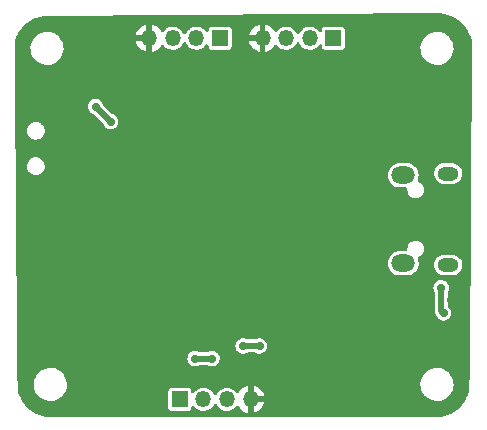
<source format=gbr>
%TF.GenerationSoftware,KiCad,Pcbnew,(6.0.7-1)-1*%
%TF.CreationDate,2022-10-05T21:39:38-05:00*%
%TF.ProjectId,KiCad,4b694361-642e-46b6-9963-61645f706362,rev?*%
%TF.SameCoordinates,Original*%
%TF.FileFunction,Copper,L2,Bot*%
%TF.FilePolarity,Positive*%
%FSLAX46Y46*%
G04 Gerber Fmt 4.6, Leading zero omitted, Abs format (unit mm)*
G04 Created by KiCad (PCBNEW (6.0.7-1)-1) date 2022-10-05 21:39:38*
%MOMM*%
%LPD*%
G01*
G04 APERTURE LIST*
%TA.AperFunction,ComponentPad*%
%ADD10O,1.350000X1.350000*%
%TD*%
%TA.AperFunction,ComponentPad*%
%ADD11R,1.350000X1.350000*%
%TD*%
%TA.AperFunction,ComponentPad*%
%ADD12O,2.000000X1.450000*%
%TD*%
%TA.AperFunction,ComponentPad*%
%ADD13O,1.800000X1.150000*%
%TD*%
%TA.AperFunction,ViaPad*%
%ADD14C,0.700000*%
%TD*%
%TA.AperFunction,Conductor*%
%ADD15C,0.500000*%
%TD*%
G04 APERTURE END LIST*
D10*
%TO.P,J3,4,Pin_4*%
%TO.N,GND*%
X127469200Y-72796400D03*
%TO.P,J3,3,Pin_3*%
%TO.N,/SWDCLK*%
X129469200Y-72796400D03*
%TO.P,J3,2,Pin_2*%
%TO.N,/SWDIO*%
X131469200Y-72796400D03*
D11*
%TO.P,J3,1,Pin_1*%
%TO.N,+3.3V*%
X133469200Y-72796400D03*
%TD*%
D12*
%TO.P,J4,6,Shield*%
%TO.N,unconnected-(J4-Pad6)*%
X139381000Y-91863000D03*
X139381000Y-84413000D03*
D13*
X143181000Y-92013000D03*
X143181000Y-84263000D03*
%TD*%
D11*
%TO.P,J2,1,Pin_1*%
%TO.N,+3.3V*%
X120460000Y-103378000D03*
D10*
%TO.P,J2,2,Pin_2*%
%TO.N,/I2C2_SCL*%
X122460000Y-103378000D03*
%TO.P,J2,3,Pin_3*%
%TO.N,/I2C2_SDA*%
X124460000Y-103378000D03*
%TO.P,J2,4,Pin_4*%
%TO.N,GND*%
X126460000Y-103378000D03*
%TD*%
%TO.P,J1,4,Pin_4*%
%TO.N,GND*%
X117869200Y-72796400D03*
%TO.P,J1,3,Pin_3*%
%TO.N,/USART1_RX*%
X119869200Y-72796400D03*
%TO.P,J1,2,Pin_2*%
%TO.N,/USART1_TX*%
X121869200Y-72796400D03*
D11*
%TO.P,J1,1,Pin_1*%
%TO.N,+3.3V*%
X123869200Y-72796400D03*
%TD*%
D14*
%TO.N,GND*%
X112725200Y-90068400D03*
X115062000Y-83566000D03*
X127203200Y-92354400D03*
%TO.N,+3.3V*%
X114604800Y-79857600D03*
X113334800Y-78587600D03*
X142595600Y-93929200D03*
X142798800Y-96062800D03*
%TO.N,GND*%
X143408400Y-94945200D03*
X116840000Y-93218000D03*
%TO.N,+3.3V*%
X121760500Y-99923600D03*
X123190000Y-99923600D03*
X125819900Y-98856800D03*
X127218900Y-98856800D03*
%TO.N,GND*%
X139827000Y-96139000D03*
X136779000Y-96393000D03*
X135890000Y-96393000D03*
X136271000Y-93218000D03*
X136271000Y-92329000D03*
X122809000Y-86614000D03*
X122174000Y-90357500D03*
X116840000Y-96520000D03*
X110617000Y-85471000D03*
X117983000Y-86233000D03*
X117983000Y-88265000D03*
X119126000Y-84455000D03*
X131953000Y-87376000D03*
X138176000Y-86868000D03*
X124206000Y-95123000D03*
%TD*%
D15*
%TO.N,+3.3V*%
X113334800Y-78587600D02*
X114604800Y-79857600D01*
X142798800Y-96062800D02*
X142595600Y-95859600D01*
X142595600Y-95859600D02*
X142595600Y-93929200D01*
X123190000Y-99923600D02*
X121760500Y-99923600D01*
X127218900Y-98856800D02*
X125819900Y-98856800D01*
%TD*%
%TA.AperFunction,Conductor*%
%TO.N,GND*%
G36*
X142226008Y-70660669D02*
G01*
X142240000Y-70663136D01*
X142250684Y-70661252D01*
X142258841Y-70661252D01*
X142274378Y-70660302D01*
X142547255Y-70674603D01*
X142560163Y-70675960D01*
X142857623Y-70723073D01*
X142870319Y-70725771D01*
X143161240Y-70803723D01*
X143173583Y-70807734D01*
X143454752Y-70915664D01*
X143466607Y-70920942D01*
X143582945Y-70980219D01*
X143734964Y-71057677D01*
X143746204Y-71064167D01*
X143998784Y-71228194D01*
X144009285Y-71235823D01*
X144243349Y-71425364D01*
X144252994Y-71434049D01*
X144465951Y-71647006D01*
X144474636Y-71656651D01*
X144664177Y-71890715D01*
X144671806Y-71901216D01*
X144835833Y-72153796D01*
X144842323Y-72165036D01*
X144886333Y-72251410D01*
X144967267Y-72410250D01*
X144979057Y-72433390D01*
X144984336Y-72445248D01*
X145092266Y-72726417D01*
X145096277Y-72738760D01*
X145174229Y-73029681D01*
X145176927Y-73042377D01*
X145224040Y-73339837D01*
X145225397Y-73352745D01*
X145239698Y-73625622D01*
X145238748Y-73641159D01*
X145238748Y-73649316D01*
X145236864Y-73660000D01*
X145239285Y-73673731D01*
X145241163Y-73696364D01*
X145129406Y-86213191D01*
X144993068Y-101483037D01*
X144987826Y-102070091D01*
X144985948Y-102090511D01*
X144982864Y-102108000D01*
X144984748Y-102118685D01*
X144984748Y-102128339D01*
X144985575Y-102142278D01*
X144980546Y-102231819D01*
X144970614Y-102408670D01*
X144969057Y-102422488D01*
X144933434Y-102632154D01*
X144926348Y-102673860D01*
X144919781Y-102712508D01*
X144916687Y-102726064D01*
X144835246Y-103008753D01*
X144830655Y-103021875D01*
X144823414Y-103039355D01*
X144718077Y-103293661D01*
X144712044Y-103306189D01*
X144569740Y-103563669D01*
X144562341Y-103575443D01*
X144392116Y-103815352D01*
X144383447Y-103826224D01*
X144187416Y-104045583D01*
X144177583Y-104055416D01*
X143958224Y-104251447D01*
X143947352Y-104260116D01*
X143707443Y-104430341D01*
X143695669Y-104437740D01*
X143438189Y-104580044D01*
X143425661Y-104586077D01*
X143257928Y-104655555D01*
X143153875Y-104698655D01*
X143140753Y-104703246D01*
X142858064Y-104784687D01*
X142844508Y-104787781D01*
X142554488Y-104837057D01*
X142540670Y-104838614D01*
X142378473Y-104847723D01*
X142274278Y-104853575D01*
X142260339Y-104852748D01*
X142250685Y-104852748D01*
X142240000Y-104850864D01*
X142224391Y-104853616D01*
X142202861Y-104855500D01*
X109511139Y-104855500D01*
X109489609Y-104853616D01*
X109474000Y-104850864D01*
X109463315Y-104852748D01*
X109453661Y-104852748D01*
X109439722Y-104853575D01*
X109335527Y-104847723D01*
X109173330Y-104838614D01*
X109159512Y-104837057D01*
X108869492Y-104787781D01*
X108855936Y-104784687D01*
X108573247Y-104703246D01*
X108560125Y-104698655D01*
X108456072Y-104655555D01*
X108288339Y-104586077D01*
X108275811Y-104580044D01*
X108018331Y-104437740D01*
X108006557Y-104430341D01*
X107766648Y-104260116D01*
X107755776Y-104251447D01*
X107583672Y-104097646D01*
X119484500Y-104097646D01*
X119487618Y-104123846D01*
X119533061Y-104226153D01*
X119612287Y-104305241D01*
X119622758Y-104309870D01*
X119622759Y-104309871D01*
X119706147Y-104346737D01*
X119706149Y-104346738D01*
X119714673Y-104350506D01*
X119740354Y-104353500D01*
X121179646Y-104353500D01*
X121183300Y-104353065D01*
X121183302Y-104353065D01*
X121188266Y-104352474D01*
X121205846Y-104350382D01*
X121308153Y-104304939D01*
X121387241Y-104225713D01*
X121391871Y-104215241D01*
X121428737Y-104131853D01*
X121428738Y-104131851D01*
X121432506Y-104123327D01*
X121435500Y-104097646D01*
X121435500Y-104012028D01*
X121455185Y-103944989D01*
X121507989Y-103899234D01*
X121577147Y-103889290D01*
X121640703Y-103918315D01*
X121656676Y-103935004D01*
X121754889Y-104058918D01*
X121900575Y-104182907D01*
X122067570Y-104276237D01*
X122249512Y-104335354D01*
X122255530Y-104336072D01*
X122255532Y-104336072D01*
X122384759Y-104351481D01*
X122439472Y-104358005D01*
X122445516Y-104357540D01*
X122445517Y-104357540D01*
X122504050Y-104353036D01*
X122630213Y-104343328D01*
X122751063Y-104309586D01*
X122808631Y-104293513D01*
X122808633Y-104293512D01*
X122814472Y-104291882D01*
X122985228Y-104205627D01*
X123135979Y-104087848D01*
X123139935Y-104083264D01*
X123139939Y-104083261D01*
X123257020Y-103947620D01*
X123260982Y-103943030D01*
X123265541Y-103935006D01*
X123333513Y-103815352D01*
X123353814Y-103779618D01*
X123404042Y-103731051D01*
X123472555Y-103717349D01*
X123537599Y-103742864D01*
X123571917Y-103784186D01*
X123590857Y-103821038D01*
X123636060Y-103908993D01*
X123639826Y-103913745D01*
X123639827Y-103913746D01*
X123685189Y-103970978D01*
X123754889Y-104058918D01*
X123900575Y-104182907D01*
X124067570Y-104276237D01*
X124249512Y-104335354D01*
X124255530Y-104336072D01*
X124255532Y-104336072D01*
X124384759Y-104351481D01*
X124439472Y-104358005D01*
X124445516Y-104357540D01*
X124445517Y-104357540D01*
X124504050Y-104353036D01*
X124630213Y-104343328D01*
X124751063Y-104309586D01*
X124808631Y-104293513D01*
X124808633Y-104293512D01*
X124814472Y-104291882D01*
X124985228Y-104205627D01*
X125135979Y-104087848D01*
X125139935Y-104083264D01*
X125139939Y-104083261D01*
X125245022Y-103961520D01*
X125303728Y-103923634D01*
X125373598Y-103923501D01*
X125432448Y-103961163D01*
X125440154Y-103970978D01*
X125559416Y-104139731D01*
X125566765Y-104148335D01*
X125713308Y-104291091D01*
X125722111Y-104298219D01*
X125892206Y-104411873D01*
X125902164Y-104417280D01*
X126090124Y-104498034D01*
X126100896Y-104501534D01*
X126192609Y-104522287D01*
X126206462Y-104521412D01*
X126210000Y-104512163D01*
X126210000Y-104511293D01*
X126710000Y-104511293D01*
X126713903Y-104524587D01*
X126727681Y-104526560D01*
X126729841Y-104526246D01*
X126740864Y-104523600D01*
X126934573Y-104457845D01*
X126944925Y-104453236D01*
X127123426Y-104353271D01*
X127132745Y-104346866D01*
X127290043Y-104216042D01*
X127298042Y-104208043D01*
X127428866Y-104050745D01*
X127435271Y-104041426D01*
X127535236Y-103862925D01*
X127539845Y-103852573D01*
X127605600Y-103658864D01*
X127608246Y-103647841D01*
X127608565Y-103645645D01*
X127606609Y-103631929D01*
X127593257Y-103628000D01*
X126727830Y-103628000D01*
X126712831Y-103632404D01*
X126711644Y-103633774D01*
X126710000Y-103641332D01*
X126710000Y-104511293D01*
X126210000Y-104511293D01*
X126210000Y-103110170D01*
X126710000Y-103110170D01*
X126714404Y-103125169D01*
X126715774Y-103126356D01*
X126723332Y-103128000D01*
X127592585Y-103128000D01*
X127605902Y-103124090D01*
X127607054Y-103116082D01*
X127563199Y-102960583D01*
X127559143Y-102950016D01*
X127468660Y-102766537D01*
X127462741Y-102756877D01*
X127340335Y-102592955D01*
X127332763Y-102584545D01*
X127182534Y-102445676D01*
X127173549Y-102438781D01*
X127000533Y-102329616D01*
X126990442Y-102324475D01*
X126800436Y-102248670D01*
X126789564Y-102245449D01*
X126727488Y-102233102D01*
X126714816Y-102234236D01*
X126710000Y-102249148D01*
X126710000Y-103110170D01*
X126210000Y-103110170D01*
X126210000Y-102246483D01*
X126206254Y-102233725D01*
X126191573Y-102231819D01*
X126160188Y-102237212D01*
X126149252Y-102240143D01*
X125957312Y-102310953D01*
X125947101Y-102315823D01*
X125771277Y-102420426D01*
X125762119Y-102427080D01*
X125608306Y-102561971D01*
X125600516Y-102570180D01*
X125473859Y-102730843D01*
X125467692Y-102740340D01*
X125449560Y-102774803D01*
X125400925Y-102824967D01*
X125332890Y-102840874D01*
X125267056Y-102817473D01*
X125243728Y-102795439D01*
X125196435Y-102737451D01*
X125155535Y-102687303D01*
X125031322Y-102584545D01*
X125012808Y-102569229D01*
X125012806Y-102569228D01*
X125008132Y-102565361D01*
X124839851Y-102474371D01*
X124657101Y-102417801D01*
X124466843Y-102397804D01*
X124460810Y-102398353D01*
X124460806Y-102398353D01*
X124282367Y-102414592D01*
X124282365Y-102414592D01*
X124276325Y-102415142D01*
X124270506Y-102416855D01*
X124270504Y-102416855D01*
X124098618Y-102467444D01*
X124098613Y-102467446D01*
X124092803Y-102469156D01*
X124087433Y-102471963D01*
X124087429Y-102471965D01*
X124020877Y-102506758D01*
X123923268Y-102557787D01*
X123889988Y-102584545D01*
X123793610Y-102662035D01*
X123774176Y-102677660D01*
X123651207Y-102824208D01*
X123576234Y-102960583D01*
X123568115Y-102975352D01*
X123518569Y-103024616D01*
X123450253Y-103039272D01*
X123384859Y-103014668D01*
X123349968Y-102973829D01*
X123342925Y-102960583D01*
X123276446Y-102835555D01*
X123155535Y-102687303D01*
X123031322Y-102584545D01*
X123012808Y-102569229D01*
X123012806Y-102569228D01*
X123008132Y-102565361D01*
X122839851Y-102474371D01*
X122657101Y-102417801D01*
X122466843Y-102397804D01*
X122460810Y-102398353D01*
X122460806Y-102398353D01*
X122282367Y-102414592D01*
X122282365Y-102414592D01*
X122276325Y-102415142D01*
X122270506Y-102416855D01*
X122270504Y-102416855D01*
X122098618Y-102467444D01*
X122098613Y-102467446D01*
X122092803Y-102469156D01*
X122087433Y-102471963D01*
X122087429Y-102471965D01*
X122020877Y-102506758D01*
X121923268Y-102557787D01*
X121889988Y-102584545D01*
X121793610Y-102662035D01*
X121774176Y-102677660D01*
X121654489Y-102820297D01*
X121596318Y-102858999D01*
X121526457Y-102860107D01*
X121467087Y-102823270D01*
X121437058Y-102760183D01*
X121435500Y-102740591D01*
X121435500Y-102658354D01*
X121432382Y-102632154D01*
X121386939Y-102529847D01*
X121307713Y-102450759D01*
X121297242Y-102446130D01*
X121297241Y-102446129D01*
X121213853Y-102409263D01*
X121213851Y-102409262D01*
X121205327Y-102405494D01*
X121179646Y-102402500D01*
X119740354Y-102402500D01*
X119736700Y-102402935D01*
X119736698Y-102402935D01*
X119731734Y-102403526D01*
X119714154Y-102405618D01*
X119611847Y-102451061D01*
X119532759Y-102530287D01*
X119528130Y-102540758D01*
X119528129Y-102540759D01*
X119515543Y-102569229D01*
X119487494Y-102632673D01*
X119484500Y-102658354D01*
X119484500Y-104097646D01*
X107583672Y-104097646D01*
X107536417Y-104055416D01*
X107526584Y-104045583D01*
X107330553Y-103826224D01*
X107321884Y-103815352D01*
X107151659Y-103575443D01*
X107144260Y-103563669D01*
X107001956Y-103306189D01*
X106995923Y-103293661D01*
X106890586Y-103039355D01*
X106883345Y-103021875D01*
X106878754Y-103008753D01*
X106797313Y-102726064D01*
X106794219Y-102712508D01*
X106787653Y-102673860D01*
X106780566Y-102632154D01*
X106744943Y-102422488D01*
X106743386Y-102408670D01*
X106733454Y-102231819D01*
X106728425Y-102142278D01*
X106729252Y-102128339D01*
X106729252Y-102118685D01*
X106731136Y-102108000D01*
X106728052Y-102090511D01*
X106726173Y-102070084D01*
X106725920Y-102041789D01*
X108095996Y-102041789D01*
X108099769Y-102142280D01*
X108103131Y-102231819D01*
X108104913Y-102279295D01*
X108105990Y-102284430D01*
X108105991Y-102284435D01*
X108152639Y-102506758D01*
X108153719Y-102511904D01*
X108155648Y-102516788D01*
X108155649Y-102516792D01*
X108185728Y-102592955D01*
X108241020Y-102732963D01*
X108243741Y-102737447D01*
X108243743Y-102737451D01*
X108311233Y-102848670D01*
X108364319Y-102936153D01*
X108398334Y-102975352D01*
X108515323Y-103110170D01*
X108520090Y-103115664D01*
X108703880Y-103266362D01*
X108708441Y-103268958D01*
X108708442Y-103268959D01*
X108905875Y-103381345D01*
X108905880Y-103381347D01*
X108910433Y-103383939D01*
X109133844Y-103465034D01*
X109367725Y-103507326D01*
X109392619Y-103508500D01*
X109559680Y-103508500D01*
X109562296Y-103508278D01*
X109562297Y-103508278D01*
X109731590Y-103493913D01*
X109736823Y-103493469D01*
X109966874Y-103433760D01*
X110183576Y-103336143D01*
X110380732Y-103203409D01*
X110552705Y-103039355D01*
X110694579Y-102848670D01*
X110707493Y-102823270D01*
X110799913Y-102641493D01*
X110799915Y-102641488D01*
X110802295Y-102636807D01*
X110815912Y-102592955D01*
X110871215Y-102414848D01*
X110872775Y-102409824D01*
X110874284Y-102398438D01*
X110903315Y-102179412D01*
X110903315Y-102179408D01*
X110904004Y-102174211D01*
X110899032Y-102041789D01*
X140835996Y-102041789D01*
X140839769Y-102142280D01*
X140843131Y-102231819D01*
X140844913Y-102279295D01*
X140845990Y-102284430D01*
X140845991Y-102284435D01*
X140892639Y-102506758D01*
X140893719Y-102511904D01*
X140895648Y-102516788D01*
X140895649Y-102516792D01*
X140925728Y-102592955D01*
X140981020Y-102732963D01*
X140983741Y-102737447D01*
X140983743Y-102737451D01*
X141051233Y-102848670D01*
X141104319Y-102936153D01*
X141138334Y-102975352D01*
X141255323Y-103110170D01*
X141260090Y-103115664D01*
X141443880Y-103266362D01*
X141448441Y-103268958D01*
X141448442Y-103268959D01*
X141645875Y-103381345D01*
X141645880Y-103381347D01*
X141650433Y-103383939D01*
X141873844Y-103465034D01*
X142107725Y-103507326D01*
X142132619Y-103508500D01*
X142299680Y-103508500D01*
X142302296Y-103508278D01*
X142302297Y-103508278D01*
X142471590Y-103493913D01*
X142476823Y-103493469D01*
X142706874Y-103433760D01*
X142923576Y-103336143D01*
X143120732Y-103203409D01*
X143292705Y-103039355D01*
X143434579Y-102848670D01*
X143447493Y-102823270D01*
X143539913Y-102641493D01*
X143539915Y-102641488D01*
X143542295Y-102636807D01*
X143555912Y-102592955D01*
X143611215Y-102414848D01*
X143612775Y-102409824D01*
X143614284Y-102398438D01*
X143643315Y-102179412D01*
X143643315Y-102179408D01*
X143644004Y-102174211D01*
X143635087Y-101936705D01*
X143607700Y-101806176D01*
X143587361Y-101709242D01*
X143587360Y-101709239D01*
X143586281Y-101704096D01*
X143498980Y-101483037D01*
X143431607Y-101372009D01*
X143378408Y-101284341D01*
X143375681Y-101279847D01*
X143219910Y-101100336D01*
X143036120Y-100949638D01*
X142918687Y-100882791D01*
X142834125Y-100834655D01*
X142834120Y-100834653D01*
X142829567Y-100832061D01*
X142606156Y-100750966D01*
X142372275Y-100708674D01*
X142347381Y-100707500D01*
X142180320Y-100707500D01*
X142177704Y-100707722D01*
X142177703Y-100707722D01*
X142166484Y-100708674D01*
X142003177Y-100722531D01*
X141773126Y-100782240D01*
X141556424Y-100879857D01*
X141359268Y-101012591D01*
X141187295Y-101176645D01*
X141045421Y-101367330D01*
X141043042Y-101372008D01*
X141043042Y-101372009D01*
X140988875Y-101478549D01*
X140937705Y-101579193D01*
X140867225Y-101806176D01*
X140835996Y-102041789D01*
X110899032Y-102041789D01*
X110895087Y-101936705D01*
X110867700Y-101806176D01*
X110847361Y-101709242D01*
X110847360Y-101709239D01*
X110846281Y-101704096D01*
X110758980Y-101483037D01*
X110691607Y-101372009D01*
X110638408Y-101284341D01*
X110635681Y-101279847D01*
X110479910Y-101100336D01*
X110296120Y-100949638D01*
X110178687Y-100882791D01*
X110094125Y-100834655D01*
X110094120Y-100834653D01*
X110089567Y-100832061D01*
X109866156Y-100750966D01*
X109632275Y-100708674D01*
X109607381Y-100707500D01*
X109440320Y-100707500D01*
X109437704Y-100707722D01*
X109437703Y-100707722D01*
X109426484Y-100708674D01*
X109263177Y-100722531D01*
X109033126Y-100782240D01*
X108816424Y-100879857D01*
X108619268Y-101012591D01*
X108447295Y-101176645D01*
X108305421Y-101367330D01*
X108303042Y-101372008D01*
X108303042Y-101372009D01*
X108248875Y-101478549D01*
X108197705Y-101579193D01*
X108127225Y-101806176D01*
X108095996Y-102041789D01*
X106725920Y-102041789D01*
X106720892Y-101478549D01*
X106706947Y-99916738D01*
X121105258Y-99916738D01*
X121106078Y-99924166D01*
X121106078Y-99924168D01*
X121107974Y-99941344D01*
X121122535Y-100073233D01*
X121176643Y-100221090D01*
X121264458Y-100351772D01*
X121286683Y-100371995D01*
X121375378Y-100452702D01*
X121375382Y-100452705D01*
X121380910Y-100457735D01*
X121387480Y-100461302D01*
X121387481Y-100461303D01*
X121512708Y-100529296D01*
X121519276Y-100532862D01*
X121621531Y-100559688D01*
X121664341Y-100570919D01*
X121664343Y-100570919D01*
X121671569Y-100572815D01*
X121748627Y-100574025D01*
X121821525Y-100575171D01*
X121821528Y-100575171D01*
X121828995Y-100575288D01*
X121836276Y-100573620D01*
X121836280Y-100573620D01*
X121975177Y-100541808D01*
X121975178Y-100541808D01*
X121982468Y-100540138D01*
X122087481Y-100487322D01*
X122143197Y-100474100D01*
X122809058Y-100474100D01*
X122868226Y-100489127D01*
X122948776Y-100532862D01*
X123051031Y-100559688D01*
X123093841Y-100570919D01*
X123093843Y-100570919D01*
X123101069Y-100572815D01*
X123178127Y-100574025D01*
X123251025Y-100575171D01*
X123251028Y-100575171D01*
X123258495Y-100575288D01*
X123265776Y-100573620D01*
X123265780Y-100573620D01*
X123404681Y-100541807D01*
X123411968Y-100540138D01*
X123552625Y-100469395D01*
X123558306Y-100464543D01*
X123558309Y-100464541D01*
X123666666Y-100371995D01*
X123666667Y-100371994D01*
X123672348Y-100367142D01*
X123683393Y-100351772D01*
X123703798Y-100323375D01*
X123764224Y-100239283D01*
X123822950Y-100093198D01*
X123824793Y-100080249D01*
X123844562Y-99941344D01*
X123844562Y-99941340D01*
X123845134Y-99937323D01*
X123845278Y-99923600D01*
X123826363Y-99767294D01*
X123770710Y-99620012D01*
X123692442Y-99506132D01*
X123685768Y-99496421D01*
X123685765Y-99496418D01*
X123681531Y-99490257D01*
X123605288Y-99422327D01*
X123569559Y-99390493D01*
X123569558Y-99390492D01*
X123563976Y-99385519D01*
X123424831Y-99311845D01*
X123272128Y-99273489D01*
X123190329Y-99273061D01*
X123122158Y-99272704D01*
X123122157Y-99272704D01*
X123114684Y-99272665D01*
X123107421Y-99274409D01*
X123107418Y-99274409D01*
X123042453Y-99290006D01*
X122961588Y-99309420D01*
X122896418Y-99343057D01*
X122864968Y-99359289D01*
X122808096Y-99373100D01*
X122141824Y-99373100D01*
X122083801Y-99358687D01*
X122001943Y-99315345D01*
X122001937Y-99315343D01*
X121995331Y-99311845D01*
X121842628Y-99273489D01*
X121760829Y-99273061D01*
X121692658Y-99272704D01*
X121692657Y-99272704D01*
X121685184Y-99272665D01*
X121677921Y-99274409D01*
X121677918Y-99274409D01*
X121612953Y-99290006D01*
X121532088Y-99309420D01*
X121392179Y-99381632D01*
X121273534Y-99485133D01*
X121183001Y-99613948D01*
X121125809Y-99760639D01*
X121105258Y-99916738D01*
X106706947Y-99916738D01*
X106697422Y-98849938D01*
X125164658Y-98849938D01*
X125165478Y-98857366D01*
X125165478Y-98857368D01*
X125167374Y-98874544D01*
X125181935Y-99006433D01*
X125236043Y-99154290D01*
X125240214Y-99160497D01*
X125316116Y-99273450D01*
X125323858Y-99284972D01*
X125357238Y-99315345D01*
X125434778Y-99385902D01*
X125434782Y-99385905D01*
X125440310Y-99390935D01*
X125446880Y-99394502D01*
X125446881Y-99394503D01*
X125572108Y-99462496D01*
X125578676Y-99466062D01*
X125632644Y-99480220D01*
X125723741Y-99504119D01*
X125723743Y-99504119D01*
X125730969Y-99506015D01*
X125808027Y-99507225D01*
X125880925Y-99508371D01*
X125880928Y-99508371D01*
X125888395Y-99508488D01*
X125895676Y-99506820D01*
X125895680Y-99506820D01*
X126034577Y-99475008D01*
X126034578Y-99475008D01*
X126041868Y-99473338D01*
X126146881Y-99420522D01*
X126202597Y-99407300D01*
X126837958Y-99407300D01*
X126897126Y-99422327D01*
X126977676Y-99466062D01*
X127031644Y-99480220D01*
X127122741Y-99504119D01*
X127122743Y-99504119D01*
X127129969Y-99506015D01*
X127207027Y-99507225D01*
X127279925Y-99508371D01*
X127279928Y-99508371D01*
X127287395Y-99508488D01*
X127294676Y-99506820D01*
X127294680Y-99506820D01*
X127433581Y-99475007D01*
X127440868Y-99473338D01*
X127581525Y-99402595D01*
X127587206Y-99397743D01*
X127587209Y-99397741D01*
X127695566Y-99305195D01*
X127695567Y-99305194D01*
X127701248Y-99300342D01*
X127712293Y-99284972D01*
X127732698Y-99256575D01*
X127793124Y-99172483D01*
X127851850Y-99026398D01*
X127853693Y-99013449D01*
X127873462Y-98874544D01*
X127873462Y-98874540D01*
X127874034Y-98870523D01*
X127874178Y-98856800D01*
X127855263Y-98700494D01*
X127799610Y-98553212D01*
X127791237Y-98541029D01*
X127714668Y-98429621D01*
X127714665Y-98429618D01*
X127710431Y-98423457D01*
X127592876Y-98318719D01*
X127453731Y-98245045D01*
X127301028Y-98206689D01*
X127219229Y-98206261D01*
X127151058Y-98205904D01*
X127151057Y-98205904D01*
X127143584Y-98205865D01*
X127136321Y-98207609D01*
X127136318Y-98207609D01*
X127067036Y-98224243D01*
X126990488Y-98242620D01*
X126925318Y-98276257D01*
X126893868Y-98292489D01*
X126836996Y-98306300D01*
X126201224Y-98306300D01*
X126143201Y-98291887D01*
X126061343Y-98248545D01*
X126061337Y-98248543D01*
X126054731Y-98245045D01*
X125902028Y-98206689D01*
X125820229Y-98206261D01*
X125752058Y-98205904D01*
X125752057Y-98205904D01*
X125744584Y-98205865D01*
X125737321Y-98207609D01*
X125737318Y-98207609D01*
X125668036Y-98224243D01*
X125591488Y-98242620D01*
X125451579Y-98314832D01*
X125332934Y-98418333D01*
X125242401Y-98547148D01*
X125185209Y-98693839D01*
X125164658Y-98849938D01*
X106697422Y-98849938D01*
X106653425Y-93922338D01*
X141940358Y-93922338D01*
X141941178Y-93929766D01*
X141941178Y-93929768D01*
X141943074Y-93946944D01*
X141957635Y-94078833D01*
X142011743Y-94226690D01*
X142015915Y-94232898D01*
X142024020Y-94244960D01*
X142045100Y-94314122D01*
X142045100Y-95844643D01*
X142044991Y-95849835D01*
X142042390Y-95911894D01*
X142044321Y-95920125D01*
X142044321Y-95920129D01*
X142052347Y-95954347D01*
X142054476Y-95965832D01*
X142060394Y-96009032D01*
X142063751Y-96016789D01*
X142066434Y-96022989D01*
X142073358Y-96043925D01*
X142076832Y-96058736D01*
X142088821Y-96080544D01*
X142097838Y-96096946D01*
X142102976Y-96107435D01*
X142116937Y-96139697D01*
X142116940Y-96139702D01*
X142120295Y-96147455D01*
X142125612Y-96154021D01*
X142125613Y-96154023D01*
X142129867Y-96159276D01*
X142142157Y-96177565D01*
X142149493Y-96190907D01*
X142149436Y-96190938D01*
X142161387Y-96213942D01*
X142214943Y-96360290D01*
X142302758Y-96490972D01*
X142324983Y-96511195D01*
X142413678Y-96591902D01*
X142413682Y-96591905D01*
X142419210Y-96596935D01*
X142557576Y-96672062D01*
X142659831Y-96698888D01*
X142702641Y-96710119D01*
X142702643Y-96710119D01*
X142709869Y-96712015D01*
X142786927Y-96713225D01*
X142859825Y-96714371D01*
X142859828Y-96714371D01*
X142867295Y-96714488D01*
X142874576Y-96712820D01*
X142874580Y-96712820D01*
X143013481Y-96681007D01*
X143020768Y-96679338D01*
X143161425Y-96608595D01*
X143167106Y-96603743D01*
X143167109Y-96603741D01*
X143275466Y-96511195D01*
X143275467Y-96511194D01*
X143281148Y-96506342D01*
X143292193Y-96490972D01*
X143312598Y-96462575D01*
X143373024Y-96378483D01*
X143431750Y-96232398D01*
X143434377Y-96213942D01*
X143453362Y-96080544D01*
X143453362Y-96080540D01*
X143453934Y-96076523D01*
X143454078Y-96062800D01*
X143450490Y-96033150D01*
X143436062Y-95913919D01*
X143436061Y-95913915D01*
X143435163Y-95906494D01*
X143379510Y-95759212D01*
X143375273Y-95753047D01*
X143294568Y-95635621D01*
X143294565Y-95635618D01*
X143290331Y-95629457D01*
X143284749Y-95624483D01*
X143284744Y-95624478D01*
X143187612Y-95537937D01*
X143150652Y-95478643D01*
X143146100Y-95445354D01*
X143146100Y-94317830D01*
X143164982Y-94259220D01*
X143161861Y-94257504D01*
X143165464Y-94250950D01*
X143169824Y-94244883D01*
X143228550Y-94098798D01*
X143230393Y-94085849D01*
X143250162Y-93946944D01*
X143250162Y-93946940D01*
X143250734Y-93942923D01*
X143250878Y-93929200D01*
X143231963Y-93772894D01*
X143176310Y-93625612D01*
X143167937Y-93613429D01*
X143091368Y-93502021D01*
X143091365Y-93502018D01*
X143087131Y-93495857D01*
X142969576Y-93391119D01*
X142830431Y-93317445D01*
X142677728Y-93279089D01*
X142595929Y-93278661D01*
X142527758Y-93278304D01*
X142527757Y-93278304D01*
X142520284Y-93278265D01*
X142513021Y-93280009D01*
X142513018Y-93280009D01*
X142443736Y-93296643D01*
X142367188Y-93315020D01*
X142227279Y-93387232D01*
X142108634Y-93490733D01*
X142018101Y-93619548D01*
X141960909Y-93766239D01*
X141940358Y-93922338D01*
X106653425Y-93922338D01*
X106634974Y-91855806D01*
X138075563Y-91855806D01*
X138076112Y-91861839D01*
X138076112Y-91861843D01*
X138085395Y-91963840D01*
X138093790Y-92056089D01*
X138095501Y-92061902D01*
X138095501Y-92061903D01*
X138097944Y-92070203D01*
X138150572Y-92249018D01*
X138243746Y-92427243D01*
X138337919Y-92544370D01*
X138365137Y-92578222D01*
X138369763Y-92583976D01*
X138523823Y-92713248D01*
X138700058Y-92810134D01*
X138705840Y-92811968D01*
X138705842Y-92811969D01*
X138885976Y-92869111D01*
X138885978Y-92869111D01*
X138891755Y-92870944D01*
X138946287Y-92877061D01*
X139044815Y-92888113D01*
X139044821Y-92888113D01*
X139048268Y-92888500D01*
X139706606Y-92888500D01*
X139709621Y-92888204D01*
X139709629Y-92888204D01*
X139850115Y-92874429D01*
X139850117Y-92874429D01*
X139856151Y-92873837D01*
X140048679Y-92815710D01*
X140226249Y-92721294D01*
X140382099Y-92594186D01*
X140510292Y-92439227D01*
X140517203Y-92426446D01*
X140603059Y-92267658D01*
X140603060Y-92267656D01*
X140605945Y-92262320D01*
X140665415Y-92070203D01*
X140676594Y-91963840D01*
X141976711Y-91963840D01*
X141986667Y-92153801D01*
X142037181Y-92337193D01*
X142125898Y-92505460D01*
X142130229Y-92510585D01*
X142130231Y-92510588D01*
X142244345Y-92645624D01*
X142248678Y-92650751D01*
X142254012Y-92654829D01*
X142394456Y-92762207D01*
X142394459Y-92762209D01*
X142399793Y-92766287D01*
X142405882Y-92769126D01*
X142405883Y-92769127D01*
X142566109Y-92843841D01*
X142572193Y-92846678D01*
X142578738Y-92848141D01*
X142578741Y-92848142D01*
X142670890Y-92868740D01*
X142757834Y-92888174D01*
X142763665Y-92888500D01*
X143553517Y-92888500D01*
X143695109Y-92873118D01*
X143875396Y-92812445D01*
X144038447Y-92714474D01*
X144165649Y-92594186D01*
X144171781Y-92588387D01*
X144176658Y-92583775D01*
X144226396Y-92510588D01*
X144279804Y-92432000D01*
X144279806Y-92431997D01*
X144283578Y-92426446D01*
X144286070Y-92420216D01*
X144286072Y-92420212D01*
X144351727Y-92256062D01*
X144354221Y-92249827D01*
X144355318Y-92243202D01*
X144384192Y-92068788D01*
X144384192Y-92068786D01*
X144385289Y-92062160D01*
X144375333Y-91872199D01*
X144324819Y-91688807D01*
X144236102Y-91520540D01*
X144192947Y-91469472D01*
X144117655Y-91380376D01*
X144117653Y-91380374D01*
X144113322Y-91375249D01*
X144029976Y-91311526D01*
X143967544Y-91263793D01*
X143967541Y-91263791D01*
X143962207Y-91259713D01*
X143889367Y-91225747D01*
X143795891Y-91182159D01*
X143789807Y-91179322D01*
X143783262Y-91177859D01*
X143783259Y-91177858D01*
X143671522Y-91152882D01*
X143604166Y-91137826D01*
X143598335Y-91137500D01*
X142808483Y-91137500D01*
X142666891Y-91152882D01*
X142486604Y-91213555D01*
X142323553Y-91311526D01*
X142185342Y-91442225D01*
X142181569Y-91447777D01*
X142181568Y-91447778D01*
X142128083Y-91526480D01*
X142078422Y-91599554D01*
X142075930Y-91605784D01*
X142075928Y-91605788D01*
X142055926Y-91655797D01*
X142007779Y-91776173D01*
X142006683Y-91782796D01*
X142006682Y-91782798D01*
X141992954Y-91865726D01*
X141976711Y-91963840D01*
X140676594Y-91963840D01*
X140686437Y-91870194D01*
X140678484Y-91782798D01*
X140670519Y-91695280D01*
X140668210Y-91669911D01*
X140611428Y-91476982D01*
X140608617Y-91471606D01*
X140606346Y-91465984D01*
X140607705Y-91465435D01*
X140595512Y-91404039D01*
X140621113Y-91339029D01*
X140670618Y-91303100D01*
X140670029Y-91301928D01*
X140814820Y-91229106D01*
X140814822Y-91229105D01*
X140821498Y-91225747D01*
X140827180Y-91220894D01*
X140827183Y-91220892D01*
X140944741Y-91120487D01*
X140950423Y-91115634D01*
X141049361Y-90977947D01*
X141112601Y-90820634D01*
X141136490Y-90652778D01*
X141136645Y-90638000D01*
X141116276Y-90469680D01*
X141056345Y-90311077D01*
X141047657Y-90298436D01*
X140964549Y-90177513D01*
X140964546Y-90177510D01*
X140960312Y-90171349D01*
X140833721Y-90058560D01*
X140819347Y-90050949D01*
X140690489Y-89982723D01*
X140683881Y-89979224D01*
X140519441Y-89937919D01*
X140433248Y-89937468D01*
X140357368Y-89937070D01*
X140357367Y-89937070D01*
X140349895Y-89937031D01*
X140328235Y-89942231D01*
X140192295Y-89974868D01*
X140192293Y-89974869D01*
X140185032Y-89976612D01*
X140178399Y-89980035D01*
X140178395Y-89980037D01*
X140111465Y-90014583D01*
X140034369Y-90054375D01*
X139906604Y-90165831D01*
X139809113Y-90304547D01*
X139747524Y-90462513D01*
X139725394Y-90630611D01*
X139726214Y-90638039D01*
X139726214Y-90638041D01*
X139733043Y-90699893D01*
X139720834Y-90768687D01*
X139673370Y-90819960D01*
X139609792Y-90837500D01*
X139055394Y-90837500D01*
X139052379Y-90837796D01*
X139052371Y-90837796D01*
X138911885Y-90851571D01*
X138911883Y-90851571D01*
X138905849Y-90852163D01*
X138713321Y-90910290D01*
X138535751Y-91004706D01*
X138379901Y-91131814D01*
X138251708Y-91286773D01*
X138248822Y-91292110D01*
X138248821Y-91292112D01*
X138167656Y-91442225D01*
X138156055Y-91463680D01*
X138096585Y-91655797D01*
X138075563Y-91855806D01*
X106634974Y-91855806D01*
X106584593Y-86213191D01*
X106568456Y-84405806D01*
X138075563Y-84405806D01*
X138076112Y-84411839D01*
X138076112Y-84411843D01*
X138084119Y-84499827D01*
X138093790Y-84606089D01*
X138150572Y-84799018D01*
X138243746Y-84977243D01*
X138369763Y-85133976D01*
X138523823Y-85263248D01*
X138700058Y-85360134D01*
X138705840Y-85361968D01*
X138705842Y-85361969D01*
X138885976Y-85419111D01*
X138885978Y-85419111D01*
X138891755Y-85420944D01*
X138946287Y-85427061D01*
X139044815Y-85438113D01*
X139044821Y-85438113D01*
X139048268Y-85438500D01*
X139609291Y-85438500D01*
X139676330Y-85458185D01*
X139722085Y-85510989D01*
X139732230Y-85578685D01*
X139725394Y-85630611D01*
X139726214Y-85638039D01*
X139726214Y-85638041D01*
X139727841Y-85652778D01*
X139743999Y-85799135D01*
X139746565Y-85806147D01*
X139746566Y-85806151D01*
X139799697Y-85951336D01*
X139802266Y-85958356D01*
X139806433Y-85964558D01*
X139806435Y-85964561D01*
X139819510Y-85984018D01*
X139896830Y-86099083D01*
X139902360Y-86104115D01*
X140016702Y-86208159D01*
X140016706Y-86208162D01*
X140022233Y-86213191D01*
X140171235Y-86294092D01*
X140266585Y-86319107D01*
X140328005Y-86335220D01*
X140328007Y-86335220D01*
X140335233Y-86337116D01*
X140418178Y-86338419D01*
X140497290Y-86339662D01*
X140497293Y-86339662D01*
X140504760Y-86339779D01*
X140627209Y-86311735D01*
X140662738Y-86303598D01*
X140662739Y-86303598D01*
X140670029Y-86301928D01*
X140745111Y-86264165D01*
X140814820Y-86229106D01*
X140814822Y-86229105D01*
X140821498Y-86225747D01*
X140827180Y-86220894D01*
X140827183Y-86220892D01*
X140944741Y-86120487D01*
X140950423Y-86115634D01*
X141049361Y-85977947D01*
X141112601Y-85820634D01*
X141136490Y-85652778D01*
X141136645Y-85638000D01*
X141116276Y-85469680D01*
X141097168Y-85419111D01*
X141058989Y-85318073D01*
X141058987Y-85318070D01*
X141056345Y-85311077D01*
X141023473Y-85263248D01*
X140964549Y-85177513D01*
X140964546Y-85177510D01*
X140960312Y-85171349D01*
X140876504Y-85096678D01*
X140839303Y-85063533D01*
X140839301Y-85063532D01*
X140833721Y-85058560D01*
X140746176Y-85012207D01*
X140690484Y-84982720D01*
X140690483Y-84982720D01*
X140683881Y-84979224D01*
X140676636Y-84977404D01*
X140674919Y-84976745D01*
X140619387Y-84934343D01*
X140595595Y-84868648D01*
X140604788Y-84814459D01*
X140605945Y-84812320D01*
X140665415Y-84620203D01*
X140686437Y-84420194D01*
X140685535Y-84410274D01*
X140668759Y-84225946D01*
X140668210Y-84219911D01*
X140666423Y-84213840D01*
X141976711Y-84213840D01*
X141986667Y-84403801D01*
X142037181Y-84587193D01*
X142125898Y-84755460D01*
X142130229Y-84760585D01*
X142130231Y-84760588D01*
X142221549Y-84868648D01*
X142248678Y-84900751D01*
X142254012Y-84904829D01*
X142394456Y-85012207D01*
X142394459Y-85012209D01*
X142399793Y-85016287D01*
X142405882Y-85019126D01*
X142405883Y-85019127D01*
X142566109Y-85093841D01*
X142572193Y-85096678D01*
X142578738Y-85098141D01*
X142578741Y-85098142D01*
X142670890Y-85118740D01*
X142757834Y-85138174D01*
X142763665Y-85138500D01*
X143553517Y-85138500D01*
X143695109Y-85123118D01*
X143875396Y-85062445D01*
X144038447Y-84964474D01*
X144176658Y-84833775D01*
X144191239Y-84812320D01*
X144279804Y-84682000D01*
X144279806Y-84681997D01*
X144283578Y-84676446D01*
X144286070Y-84670216D01*
X144286072Y-84670212D01*
X144351727Y-84506062D01*
X144354221Y-84499827D01*
X144368787Y-84411843D01*
X144384192Y-84318788D01*
X144384192Y-84318786D01*
X144385289Y-84312160D01*
X144375333Y-84122199D01*
X144324819Y-83938807D01*
X144236102Y-83770540D01*
X144229399Y-83762607D01*
X144117655Y-83630376D01*
X144117653Y-83630374D01*
X144113322Y-83625249D01*
X144027756Y-83559829D01*
X143967544Y-83513793D01*
X143967541Y-83513791D01*
X143962207Y-83509713D01*
X143870643Y-83467016D01*
X143795891Y-83432159D01*
X143789807Y-83429322D01*
X143783262Y-83427859D01*
X143783259Y-83427858D01*
X143671522Y-83402882D01*
X143604166Y-83387826D01*
X143598335Y-83387500D01*
X142808483Y-83387500D01*
X142666891Y-83402882D01*
X142486604Y-83463555D01*
X142323553Y-83561526D01*
X142260480Y-83621171D01*
X142191406Y-83686491D01*
X142185342Y-83692225D01*
X142181569Y-83697777D01*
X142181568Y-83697778D01*
X142083461Y-83842140D01*
X142078422Y-83849554D01*
X142075930Y-83855784D01*
X142075928Y-83855788D01*
X142046206Y-83930098D01*
X142007779Y-84026173D01*
X142006683Y-84032796D01*
X142006682Y-84032798D01*
X141978043Y-84205797D01*
X141976711Y-84213840D01*
X140666423Y-84213840D01*
X140664473Y-84207212D01*
X140613141Y-84032802D01*
X140613141Y-84032801D01*
X140611428Y-84026982D01*
X140518254Y-83848757D01*
X140424081Y-83731630D01*
X140396037Y-83696750D01*
X140396036Y-83696749D01*
X140392237Y-83692024D01*
X140276766Y-83595132D01*
X140242825Y-83566652D01*
X140242824Y-83566651D01*
X140238177Y-83562752D01*
X140061942Y-83465866D01*
X140056160Y-83464032D01*
X140056158Y-83464031D01*
X139876024Y-83406889D01*
X139876022Y-83406889D01*
X139870245Y-83405056D01*
X139815713Y-83398939D01*
X139717185Y-83387887D01*
X139717179Y-83387887D01*
X139713732Y-83387500D01*
X139055394Y-83387500D01*
X139052379Y-83387796D01*
X139052371Y-83387796D01*
X138911885Y-83401571D01*
X138911883Y-83401571D01*
X138905849Y-83402163D01*
X138713321Y-83460290D01*
X138707970Y-83463135D01*
X138707968Y-83463136D01*
X138648054Y-83494993D01*
X138535751Y-83554706D01*
X138486184Y-83595132D01*
X138403622Y-83662468D01*
X138379901Y-83681814D01*
X138251708Y-83836773D01*
X138248822Y-83842110D01*
X138248821Y-83842112D01*
X138193039Y-83945280D01*
X138156055Y-84013680D01*
X138096585Y-84205797D01*
X138075563Y-84405806D01*
X106568456Y-84405806D01*
X106561883Y-83669662D01*
X107518297Y-83669662D01*
X107547934Y-83842140D01*
X107550757Y-83848773D01*
X107550757Y-83848775D01*
X107553035Y-83854129D01*
X107616454Y-84003173D01*
X107620721Y-84008971D01*
X107620722Y-84008973D01*
X107704048Y-84122199D01*
X107720183Y-84144124D01*
X107725674Y-84148789D01*
X107725675Y-84148790D01*
X107848061Y-84252765D01*
X107848064Y-84252767D01*
X107853555Y-84257432D01*
X107859972Y-84260709D01*
X107859974Y-84260710D01*
X107926416Y-84294637D01*
X108009416Y-84337019D01*
X108016412Y-84338731D01*
X108016415Y-84338732D01*
X108087563Y-84356141D01*
X108179406Y-84378615D01*
X108184914Y-84378957D01*
X108184916Y-84378957D01*
X108188544Y-84379182D01*
X108188548Y-84379182D01*
X108190448Y-84379300D01*
X108316622Y-84379300D01*
X108446628Y-84364143D01*
X108453395Y-84361687D01*
X108453398Y-84361686D01*
X108604357Y-84306890D01*
X108604358Y-84306889D01*
X108611131Y-84304431D01*
X108689935Y-84252765D01*
X108751456Y-84212430D01*
X108751457Y-84212429D01*
X108757485Y-84208477D01*
X108762437Y-84203249D01*
X108762440Y-84203247D01*
X108872887Y-84086657D01*
X108872889Y-84086655D01*
X108877840Y-84081428D01*
X108881456Y-84075203D01*
X108881458Y-84075200D01*
X108962122Y-83936325D01*
X108965739Y-83930098D01*
X109016467Y-83762607D01*
X109024670Y-83630376D01*
X109026857Y-83595132D01*
X109026857Y-83595129D01*
X109027303Y-83587938D01*
X108997666Y-83415460D01*
X108992952Y-83404380D01*
X108931966Y-83261055D01*
X108929146Y-83254427D01*
X108876140Y-83182400D01*
X108829688Y-83119279D01*
X108829686Y-83119277D01*
X108825417Y-83113476D01*
X108745016Y-83045170D01*
X108697539Y-83004835D01*
X108697536Y-83004833D01*
X108692045Y-83000168D01*
X108685628Y-82996891D01*
X108685626Y-82996890D01*
X108595188Y-82950710D01*
X108536184Y-82920581D01*
X108529188Y-82918869D01*
X108529185Y-82918868D01*
X108458037Y-82901459D01*
X108366194Y-82878985D01*
X108360686Y-82878643D01*
X108360684Y-82878643D01*
X108357056Y-82878418D01*
X108357052Y-82878418D01*
X108355152Y-82878300D01*
X108228978Y-82878300D01*
X108098972Y-82893457D01*
X108092205Y-82895913D01*
X108092202Y-82895914D01*
X107941243Y-82950710D01*
X107934469Y-82953169D01*
X107788115Y-83049123D01*
X107783163Y-83054351D01*
X107783160Y-83054353D01*
X107721655Y-83119279D01*
X107667760Y-83176172D01*
X107664144Y-83182397D01*
X107664142Y-83182400D01*
X107625675Y-83248627D01*
X107579861Y-83327502D01*
X107529133Y-83494993D01*
X107518297Y-83669662D01*
X106561883Y-83669662D01*
X106535097Y-80669662D01*
X107518297Y-80669662D01*
X107547934Y-80842140D01*
X107616454Y-81003173D01*
X107620721Y-81008971D01*
X107620722Y-81008973D01*
X107677892Y-81086657D01*
X107720183Y-81144124D01*
X107725674Y-81148789D01*
X107725675Y-81148790D01*
X107848061Y-81252765D01*
X107848064Y-81252767D01*
X107853555Y-81257432D01*
X107859972Y-81260709D01*
X107859974Y-81260710D01*
X107926416Y-81294637D01*
X108009416Y-81337019D01*
X108016412Y-81338731D01*
X108016415Y-81338732D01*
X108087563Y-81356141D01*
X108179406Y-81378615D01*
X108184914Y-81378957D01*
X108184916Y-81378957D01*
X108188544Y-81379182D01*
X108188548Y-81379182D01*
X108190448Y-81379300D01*
X108316622Y-81379300D01*
X108446628Y-81364143D01*
X108453395Y-81361687D01*
X108453398Y-81361686D01*
X108604357Y-81306890D01*
X108604358Y-81306889D01*
X108611131Y-81304431D01*
X108757485Y-81208477D01*
X108762437Y-81203249D01*
X108762440Y-81203247D01*
X108872887Y-81086657D01*
X108872889Y-81086655D01*
X108877840Y-81081428D01*
X108881456Y-81075203D01*
X108881458Y-81075200D01*
X108962122Y-80936325D01*
X108965739Y-80930098D01*
X109016467Y-80762607D01*
X109027303Y-80587938D01*
X108997666Y-80415460D01*
X108992533Y-80403395D01*
X108949023Y-80301142D01*
X108929146Y-80254427D01*
X108873898Y-80179354D01*
X108829688Y-80119279D01*
X108829686Y-80119277D01*
X108825417Y-80113476D01*
X108732021Y-80034130D01*
X108697539Y-80004835D01*
X108697536Y-80004833D01*
X108692045Y-80000168D01*
X108685628Y-79996891D01*
X108685626Y-79996890D01*
X108595188Y-79950710D01*
X108536184Y-79920581D01*
X108529188Y-79918869D01*
X108529185Y-79918868D01*
X108458037Y-79901459D01*
X108366194Y-79878985D01*
X108360686Y-79878643D01*
X108360684Y-79878643D01*
X108357056Y-79878418D01*
X108357052Y-79878418D01*
X108355152Y-79878300D01*
X108228978Y-79878300D01*
X108098972Y-79893457D01*
X108092205Y-79895913D01*
X108092202Y-79895914D01*
X107941243Y-79950710D01*
X107934469Y-79953169D01*
X107788115Y-80049123D01*
X107783163Y-80054351D01*
X107783160Y-80054353D01*
X107721655Y-80119279D01*
X107667760Y-80176172D01*
X107664144Y-80182397D01*
X107664142Y-80182400D01*
X107625675Y-80248627D01*
X107579861Y-80327502D01*
X107529133Y-80494993D01*
X107518297Y-80669662D01*
X106535097Y-80669662D01*
X106516446Y-78580738D01*
X112679558Y-78580738D01*
X112696835Y-78737233D01*
X112750943Y-78885090D01*
X112838758Y-79015772D01*
X112893493Y-79065577D01*
X112949678Y-79116702D01*
X112949682Y-79116705D01*
X112955210Y-79121735D01*
X113093576Y-79196862D01*
X113158656Y-79213936D01*
X113214870Y-79246195D01*
X113942239Y-79973563D01*
X113971005Y-80018629D01*
X114020943Y-80155090D01*
X114108758Y-80285772D01*
X114154619Y-80327502D01*
X114219678Y-80386702D01*
X114219682Y-80386705D01*
X114225210Y-80391735D01*
X114231780Y-80395302D01*
X114231781Y-80395303D01*
X114281993Y-80422566D01*
X114363576Y-80466862D01*
X114444516Y-80488096D01*
X114508641Y-80504919D01*
X114508643Y-80504919D01*
X114515869Y-80506815D01*
X114592927Y-80508025D01*
X114665825Y-80509171D01*
X114665828Y-80509171D01*
X114673295Y-80509288D01*
X114680576Y-80507620D01*
X114680580Y-80507620D01*
X114819481Y-80475807D01*
X114826768Y-80474138D01*
X114967425Y-80403395D01*
X114973106Y-80398543D01*
X114973109Y-80398541D01*
X115081466Y-80305995D01*
X115081467Y-80305994D01*
X115087148Y-80301142D01*
X115098193Y-80285772D01*
X115124884Y-80248627D01*
X115179024Y-80173283D01*
X115237750Y-80027198D01*
X115238803Y-80019801D01*
X115259362Y-79875344D01*
X115259362Y-79875340D01*
X115259934Y-79871323D01*
X115260078Y-79857600D01*
X115241163Y-79701294D01*
X115185510Y-79554012D01*
X115181273Y-79547847D01*
X115100568Y-79430421D01*
X115100565Y-79430418D01*
X115096331Y-79424257D01*
X114978776Y-79319519D01*
X114839631Y-79245845D01*
X114781979Y-79231364D01*
X114724506Y-79198781D01*
X113998632Y-78472908D01*
X113970318Y-78429058D01*
X113918154Y-78291008D01*
X113918152Y-78291005D01*
X113915510Y-78284012D01*
X113907137Y-78271829D01*
X113830568Y-78160421D01*
X113830565Y-78160418D01*
X113826331Y-78154257D01*
X113708776Y-78049519D01*
X113569631Y-77975845D01*
X113416928Y-77937489D01*
X113335129Y-77937061D01*
X113266958Y-77936704D01*
X113266957Y-77936704D01*
X113259484Y-77936665D01*
X113252221Y-77938409D01*
X113252218Y-77938409D01*
X113182936Y-77955042D01*
X113106388Y-77973420D01*
X112966479Y-78045632D01*
X112847834Y-78149133D01*
X112757301Y-78277948D01*
X112700109Y-78424639D01*
X112679558Y-78580738D01*
X106516446Y-78580738D01*
X106472836Y-73696371D01*
X106474715Y-73673731D01*
X106475252Y-73670686D01*
X106475252Y-73670684D01*
X106477136Y-73660000D01*
X106475252Y-73649315D01*
X106475252Y-73639661D01*
X106474425Y-73625720D01*
X106476219Y-73593789D01*
X107815996Y-73593789D01*
X107824913Y-73831295D01*
X107825990Y-73836430D01*
X107825991Y-73836435D01*
X107872639Y-74058758D01*
X107873719Y-74063904D01*
X107961020Y-74284963D01*
X107963741Y-74289447D01*
X107963743Y-74289451D01*
X108031233Y-74400670D01*
X108084319Y-74488153D01*
X108240090Y-74667664D01*
X108423880Y-74818362D01*
X108428441Y-74820958D01*
X108428442Y-74820959D01*
X108625875Y-74933345D01*
X108625880Y-74933347D01*
X108630433Y-74935939D01*
X108853844Y-75017034D01*
X109087725Y-75059326D01*
X109112619Y-75060500D01*
X109279680Y-75060500D01*
X109282296Y-75060278D01*
X109282297Y-75060278D01*
X109451590Y-75045913D01*
X109456823Y-75045469D01*
X109686874Y-74985760D01*
X109903576Y-74888143D01*
X110100732Y-74755409D01*
X110272705Y-74591355D01*
X110414579Y-74400670D01*
X110416958Y-74395991D01*
X110519913Y-74193493D01*
X110519915Y-74193488D01*
X110522295Y-74188807D01*
X110592775Y-73961824D01*
X110595693Y-73939812D01*
X110623315Y-73731412D01*
X110623315Y-73731408D01*
X110624004Y-73726211D01*
X110616247Y-73519612D01*
X110615284Y-73493949D01*
X110615284Y-73493948D01*
X110615087Y-73488705D01*
X110611701Y-73472563D01*
X110567361Y-73261242D01*
X110567360Y-73261239D01*
X110566281Y-73256096D01*
X110542334Y-73195457D01*
X110488506Y-73059159D01*
X116723544Y-73059159D01*
X116755454Y-73184802D01*
X116759227Y-73195457D01*
X116844883Y-73381259D01*
X116850539Y-73391055D01*
X116968616Y-73558131D01*
X116975965Y-73566735D01*
X117122508Y-73709491D01*
X117131311Y-73716619D01*
X117301406Y-73830273D01*
X117311364Y-73835680D01*
X117499324Y-73916434D01*
X117510096Y-73919934D01*
X117601809Y-73940687D01*
X117615662Y-73939812D01*
X117619200Y-73930563D01*
X117619200Y-73929693D01*
X118119200Y-73929693D01*
X118123103Y-73942987D01*
X118136881Y-73944960D01*
X118139041Y-73944646D01*
X118150064Y-73942000D01*
X118343773Y-73876245D01*
X118354125Y-73871636D01*
X118532626Y-73771671D01*
X118541945Y-73765266D01*
X118699243Y-73634442D01*
X118707242Y-73626443D01*
X118838066Y-73469145D01*
X118844471Y-73459826D01*
X118880641Y-73395239D01*
X118930573Y-73346366D01*
X118999001Y-73332246D01*
X119064200Y-73357362D01*
X119086007Y-73378803D01*
X119164089Y-73477318D01*
X119309775Y-73601307D01*
X119315073Y-73604268D01*
X119464220Y-73687623D01*
X119476770Y-73694637D01*
X119658712Y-73753754D01*
X119664730Y-73754472D01*
X119664732Y-73754472D01*
X119793959Y-73769881D01*
X119848672Y-73776405D01*
X119854716Y-73775940D01*
X119854717Y-73775940D01*
X119913250Y-73771436D01*
X120039413Y-73761728D01*
X120166621Y-73726211D01*
X120217831Y-73711913D01*
X120217833Y-73711912D01*
X120223672Y-73710282D01*
X120394428Y-73624027D01*
X120545179Y-73506248D01*
X120549135Y-73501664D01*
X120549139Y-73501661D01*
X120666220Y-73366020D01*
X120670182Y-73361430D01*
X120675325Y-73352378D01*
X120763013Y-73198018D01*
X120813242Y-73149451D01*
X120881755Y-73135749D01*
X120946799Y-73161264D01*
X120981117Y-73202586D01*
X121045260Y-73327393D01*
X121049026Y-73332145D01*
X121049027Y-73332146D01*
X121130108Y-73434444D01*
X121164089Y-73477318D01*
X121309775Y-73601307D01*
X121315073Y-73604268D01*
X121464220Y-73687623D01*
X121476770Y-73694637D01*
X121658712Y-73753754D01*
X121664730Y-73754472D01*
X121664732Y-73754472D01*
X121793959Y-73769881D01*
X121848672Y-73776405D01*
X121854716Y-73775940D01*
X121854717Y-73775940D01*
X121913250Y-73771436D01*
X122039413Y-73761728D01*
X122166621Y-73726211D01*
X122217831Y-73711913D01*
X122217833Y-73711912D01*
X122223672Y-73710282D01*
X122394428Y-73624027D01*
X122545179Y-73506248D01*
X122549135Y-73501664D01*
X122549139Y-73501661D01*
X122666218Y-73366023D01*
X122666220Y-73366019D01*
X122670182Y-73361430D01*
X122670244Y-73361483D01*
X122723099Y-73319534D01*
X122792622Y-73312581D01*
X122854867Y-73344319D01*
X122890072Y-73404670D01*
X122893700Y-73434444D01*
X122893700Y-73516046D01*
X122896818Y-73542246D01*
X122942261Y-73644553D01*
X123021487Y-73723641D01*
X123031958Y-73728270D01*
X123031959Y-73728271D01*
X123115347Y-73765137D01*
X123115349Y-73765138D01*
X123123873Y-73768906D01*
X123149554Y-73771900D01*
X124588846Y-73771900D01*
X124592500Y-73771465D01*
X124592502Y-73771465D01*
X124597466Y-73770874D01*
X124615046Y-73768782D01*
X124717353Y-73723339D01*
X124796441Y-73644113D01*
X124801071Y-73633641D01*
X124837937Y-73550253D01*
X124837938Y-73550251D01*
X124841706Y-73541727D01*
X124844700Y-73516046D01*
X124844700Y-73059159D01*
X126323544Y-73059159D01*
X126355454Y-73184802D01*
X126359227Y-73195457D01*
X126444883Y-73381259D01*
X126450539Y-73391055D01*
X126568616Y-73558131D01*
X126575965Y-73566735D01*
X126722508Y-73709491D01*
X126731311Y-73716619D01*
X126901406Y-73830273D01*
X126911364Y-73835680D01*
X127099324Y-73916434D01*
X127110096Y-73919934D01*
X127201809Y-73940687D01*
X127215662Y-73939812D01*
X127219200Y-73930563D01*
X127219200Y-73929693D01*
X127719200Y-73929693D01*
X127723103Y-73942987D01*
X127736881Y-73944960D01*
X127739041Y-73944646D01*
X127750064Y-73942000D01*
X127943773Y-73876245D01*
X127954125Y-73871636D01*
X128132626Y-73771671D01*
X128141945Y-73765266D01*
X128299243Y-73634442D01*
X128307242Y-73626443D01*
X128438066Y-73469145D01*
X128444471Y-73459826D01*
X128480641Y-73395239D01*
X128530573Y-73346366D01*
X128599001Y-73332246D01*
X128664200Y-73357362D01*
X128686007Y-73378803D01*
X128764089Y-73477318D01*
X128909775Y-73601307D01*
X128915073Y-73604268D01*
X129064220Y-73687623D01*
X129076770Y-73694637D01*
X129258712Y-73753754D01*
X129264730Y-73754472D01*
X129264732Y-73754472D01*
X129393959Y-73769881D01*
X129448672Y-73776405D01*
X129454716Y-73775940D01*
X129454717Y-73775940D01*
X129513250Y-73771436D01*
X129639413Y-73761728D01*
X129766621Y-73726211D01*
X129817831Y-73711913D01*
X129817833Y-73711912D01*
X129823672Y-73710282D01*
X129994428Y-73624027D01*
X130145179Y-73506248D01*
X130149135Y-73501664D01*
X130149139Y-73501661D01*
X130266220Y-73366020D01*
X130270182Y-73361430D01*
X130275325Y-73352378D01*
X130363013Y-73198018D01*
X130413242Y-73149451D01*
X130481755Y-73135749D01*
X130546799Y-73161264D01*
X130581117Y-73202586D01*
X130645260Y-73327393D01*
X130649026Y-73332145D01*
X130649027Y-73332146D01*
X130730108Y-73434444D01*
X130764089Y-73477318D01*
X130909775Y-73601307D01*
X130915073Y-73604268D01*
X131064220Y-73687623D01*
X131076770Y-73694637D01*
X131258712Y-73753754D01*
X131264730Y-73754472D01*
X131264732Y-73754472D01*
X131393959Y-73769881D01*
X131448672Y-73776405D01*
X131454716Y-73775940D01*
X131454717Y-73775940D01*
X131513250Y-73771436D01*
X131639413Y-73761728D01*
X131766621Y-73726211D01*
X131817831Y-73711913D01*
X131817833Y-73711912D01*
X131823672Y-73710282D01*
X131994428Y-73624027D01*
X132145179Y-73506248D01*
X132149135Y-73501664D01*
X132149139Y-73501661D01*
X132266218Y-73366023D01*
X132266220Y-73366019D01*
X132270182Y-73361430D01*
X132270244Y-73361483D01*
X132323099Y-73319534D01*
X132392622Y-73312581D01*
X132454867Y-73344319D01*
X132490072Y-73404670D01*
X132493700Y-73434444D01*
X132493700Y-73516046D01*
X132496818Y-73542246D01*
X132542261Y-73644553D01*
X132621487Y-73723641D01*
X132631958Y-73728270D01*
X132631959Y-73728271D01*
X132715347Y-73765137D01*
X132715349Y-73765138D01*
X132723873Y-73768906D01*
X132749554Y-73771900D01*
X134188846Y-73771900D01*
X134192500Y-73771465D01*
X134192502Y-73771465D01*
X134197466Y-73770874D01*
X134215046Y-73768782D01*
X134317353Y-73723339D01*
X134396441Y-73644113D01*
X134401071Y-73633641D01*
X134418690Y-73593789D01*
X140835996Y-73593789D01*
X140844913Y-73831295D01*
X140845990Y-73836430D01*
X140845991Y-73836435D01*
X140892639Y-74058758D01*
X140893719Y-74063904D01*
X140981020Y-74284963D01*
X140983741Y-74289447D01*
X140983743Y-74289451D01*
X141051233Y-74400670D01*
X141104319Y-74488153D01*
X141260090Y-74667664D01*
X141443880Y-74818362D01*
X141448441Y-74820958D01*
X141448442Y-74820959D01*
X141645875Y-74933345D01*
X141645880Y-74933347D01*
X141650433Y-74935939D01*
X141873844Y-75017034D01*
X142107725Y-75059326D01*
X142132619Y-75060500D01*
X142299680Y-75060500D01*
X142302296Y-75060278D01*
X142302297Y-75060278D01*
X142471590Y-75045913D01*
X142476823Y-75045469D01*
X142706874Y-74985760D01*
X142923576Y-74888143D01*
X143120732Y-74755409D01*
X143292705Y-74591355D01*
X143434579Y-74400670D01*
X143436958Y-74395991D01*
X143539913Y-74193493D01*
X143539915Y-74193488D01*
X143542295Y-74188807D01*
X143612775Y-73961824D01*
X143615693Y-73939812D01*
X143643315Y-73731412D01*
X143643315Y-73731408D01*
X143644004Y-73726211D01*
X143636247Y-73519612D01*
X143635284Y-73493949D01*
X143635284Y-73493948D01*
X143635087Y-73488705D01*
X143631701Y-73472563D01*
X143587361Y-73261242D01*
X143587360Y-73261239D01*
X143586281Y-73256096D01*
X143562334Y-73195457D01*
X143507058Y-73055492D01*
X143498980Y-73035037D01*
X143431607Y-72924009D01*
X143378408Y-72836341D01*
X143375681Y-72831847D01*
X143219910Y-72652336D01*
X143036120Y-72501638D01*
X142976858Y-72467904D01*
X142834125Y-72386655D01*
X142834120Y-72386653D01*
X142829567Y-72384061D01*
X142606156Y-72302966D01*
X142372275Y-72260674D01*
X142347381Y-72259500D01*
X142180320Y-72259500D01*
X142177704Y-72259722D01*
X142177703Y-72259722D01*
X142166484Y-72260674D01*
X142003177Y-72274531D01*
X141773126Y-72334240D01*
X141556424Y-72431857D01*
X141359268Y-72564591D01*
X141187295Y-72728645D01*
X141045421Y-72919330D01*
X141043042Y-72924008D01*
X141043042Y-72924009D01*
X140971751Y-73064230D01*
X140937705Y-73131193D01*
X140936146Y-73136213D01*
X140936145Y-73136216D01*
X140875276Y-73332246D01*
X140867225Y-73358176D01*
X140866534Y-73363386D01*
X140866534Y-73363388D01*
X140839582Y-73566735D01*
X140835996Y-73593789D01*
X134418690Y-73593789D01*
X134437937Y-73550253D01*
X134437938Y-73550251D01*
X134441706Y-73541727D01*
X134444700Y-73516046D01*
X134444700Y-72076754D01*
X134441582Y-72050554D01*
X134396139Y-71948247D01*
X134316913Y-71869159D01*
X134306442Y-71864530D01*
X134306441Y-71864529D01*
X134223053Y-71827663D01*
X134223051Y-71827662D01*
X134214527Y-71823894D01*
X134188846Y-71820900D01*
X132749554Y-71820900D01*
X132745900Y-71821335D01*
X132745898Y-71821335D01*
X132740934Y-71821926D01*
X132723354Y-71824018D01*
X132621047Y-71869461D01*
X132541959Y-71948687D01*
X132537330Y-71959158D01*
X132537329Y-71959159D01*
X132524743Y-71987629D01*
X132496694Y-72051073D01*
X132493700Y-72076754D01*
X132493700Y-72160823D01*
X132474015Y-72227862D01*
X132421211Y-72273617D01*
X132352053Y-72283561D01*
X132288497Y-72254536D01*
X132273607Y-72239194D01*
X132272602Y-72237961D01*
X132164735Y-72105703D01*
X132040522Y-72002945D01*
X132022008Y-71987629D01*
X132022006Y-71987628D01*
X132017332Y-71983761D01*
X131849051Y-71892771D01*
X131666301Y-71836201D01*
X131476043Y-71816204D01*
X131470010Y-71816753D01*
X131470006Y-71816753D01*
X131291567Y-71832992D01*
X131291565Y-71832992D01*
X131285525Y-71833542D01*
X131279706Y-71835255D01*
X131279704Y-71835255D01*
X131107818Y-71885844D01*
X131107813Y-71885846D01*
X131102003Y-71887556D01*
X131096633Y-71890363D01*
X131096629Y-71890365D01*
X131013162Y-71934001D01*
X130932468Y-71976187D01*
X130899188Y-72002945D01*
X130802810Y-72080435D01*
X130783376Y-72096060D01*
X130660407Y-72242608D01*
X130578152Y-72392229D01*
X130577315Y-72393752D01*
X130527769Y-72443016D01*
X130459453Y-72457672D01*
X130394059Y-72433068D01*
X130359168Y-72392229D01*
X130285646Y-72253955D01*
X130164735Y-72105703D01*
X130040522Y-72002945D01*
X130022008Y-71987629D01*
X130022006Y-71987628D01*
X130017332Y-71983761D01*
X129849051Y-71892771D01*
X129666301Y-71836201D01*
X129476043Y-71816204D01*
X129470010Y-71816753D01*
X129470006Y-71816753D01*
X129291567Y-71832992D01*
X129291565Y-71832992D01*
X129285525Y-71833542D01*
X129279706Y-71835255D01*
X129279704Y-71835255D01*
X129107818Y-71885844D01*
X129107813Y-71885846D01*
X129102003Y-71887556D01*
X129096633Y-71890363D01*
X129096629Y-71890365D01*
X129013162Y-71934001D01*
X128932468Y-71976187D01*
X128899188Y-72002945D01*
X128802810Y-72080435D01*
X128783376Y-72096060D01*
X128730784Y-72158736D01*
X128685496Y-72212708D01*
X128627325Y-72251410D01*
X128557464Y-72252518D01*
X128498094Y-72215681D01*
X128479294Y-72187845D01*
X128477858Y-72184932D01*
X128471941Y-72175277D01*
X128349535Y-72011355D01*
X128341963Y-72002945D01*
X128191734Y-71864076D01*
X128182749Y-71857181D01*
X128009733Y-71748016D01*
X127999642Y-71742875D01*
X127809636Y-71667070D01*
X127798764Y-71663849D01*
X127736688Y-71651502D01*
X127724016Y-71652636D01*
X127719200Y-71667548D01*
X127719200Y-73929693D01*
X127219200Y-73929693D01*
X127219200Y-73064230D01*
X127214796Y-73049231D01*
X127213426Y-73048044D01*
X127205868Y-73046400D01*
X126338134Y-73046400D01*
X126324817Y-73050310D01*
X126323544Y-73059159D01*
X124844700Y-73059159D01*
X124844700Y-72543251D01*
X126321471Y-72543251D01*
X126328094Y-72546400D01*
X127201370Y-72546400D01*
X127216369Y-72541996D01*
X127217556Y-72540626D01*
X127219200Y-72533068D01*
X127219200Y-71664883D01*
X127215454Y-71652125D01*
X127200773Y-71650219D01*
X127169388Y-71655612D01*
X127158452Y-71658543D01*
X126966512Y-71729353D01*
X126956301Y-71734223D01*
X126780477Y-71838826D01*
X126771319Y-71845480D01*
X126617506Y-71980371D01*
X126609716Y-71988580D01*
X126483059Y-72149243D01*
X126476894Y-72158736D01*
X126381637Y-72339792D01*
X126377304Y-72350253D01*
X126321686Y-72529373D01*
X126321471Y-72543251D01*
X124844700Y-72543251D01*
X124844700Y-72076754D01*
X124841582Y-72050554D01*
X124796139Y-71948247D01*
X124716913Y-71869159D01*
X124706442Y-71864530D01*
X124706441Y-71864529D01*
X124623053Y-71827663D01*
X124623051Y-71827662D01*
X124614527Y-71823894D01*
X124588846Y-71820900D01*
X123149554Y-71820900D01*
X123145900Y-71821335D01*
X123145898Y-71821335D01*
X123140934Y-71821926D01*
X123123354Y-71824018D01*
X123021047Y-71869461D01*
X122941959Y-71948687D01*
X122937330Y-71959158D01*
X122937329Y-71959159D01*
X122924743Y-71987629D01*
X122896694Y-72051073D01*
X122893700Y-72076754D01*
X122893700Y-72160823D01*
X122874015Y-72227862D01*
X122821211Y-72273617D01*
X122752053Y-72283561D01*
X122688497Y-72254536D01*
X122673607Y-72239194D01*
X122672602Y-72237961D01*
X122564735Y-72105703D01*
X122440522Y-72002945D01*
X122422008Y-71987629D01*
X122422006Y-71987628D01*
X122417332Y-71983761D01*
X122249051Y-71892771D01*
X122066301Y-71836201D01*
X121876043Y-71816204D01*
X121870010Y-71816753D01*
X121870006Y-71816753D01*
X121691567Y-71832992D01*
X121691565Y-71832992D01*
X121685525Y-71833542D01*
X121679706Y-71835255D01*
X121679704Y-71835255D01*
X121507818Y-71885844D01*
X121507813Y-71885846D01*
X121502003Y-71887556D01*
X121496633Y-71890363D01*
X121496629Y-71890365D01*
X121413162Y-71934001D01*
X121332468Y-71976187D01*
X121299188Y-72002945D01*
X121202810Y-72080435D01*
X121183376Y-72096060D01*
X121060407Y-72242608D01*
X120978152Y-72392229D01*
X120977315Y-72393752D01*
X120927769Y-72443016D01*
X120859453Y-72457672D01*
X120794059Y-72433068D01*
X120759168Y-72392229D01*
X120685646Y-72253955D01*
X120564735Y-72105703D01*
X120440522Y-72002945D01*
X120422008Y-71987629D01*
X120422006Y-71987628D01*
X120417332Y-71983761D01*
X120249051Y-71892771D01*
X120066301Y-71836201D01*
X119876043Y-71816204D01*
X119870010Y-71816753D01*
X119870006Y-71816753D01*
X119691567Y-71832992D01*
X119691565Y-71832992D01*
X119685525Y-71833542D01*
X119679706Y-71835255D01*
X119679704Y-71835255D01*
X119507818Y-71885844D01*
X119507813Y-71885846D01*
X119502003Y-71887556D01*
X119496633Y-71890363D01*
X119496629Y-71890365D01*
X119413162Y-71934001D01*
X119332468Y-71976187D01*
X119299188Y-72002945D01*
X119202810Y-72080435D01*
X119183376Y-72096060D01*
X119130784Y-72158736D01*
X119085496Y-72212708D01*
X119027325Y-72251410D01*
X118957464Y-72252518D01*
X118898094Y-72215681D01*
X118879294Y-72187845D01*
X118877858Y-72184932D01*
X118871941Y-72175277D01*
X118749535Y-72011355D01*
X118741963Y-72002945D01*
X118591734Y-71864076D01*
X118582749Y-71857181D01*
X118409733Y-71748016D01*
X118399642Y-71742875D01*
X118209636Y-71667070D01*
X118198764Y-71663849D01*
X118136688Y-71651502D01*
X118124016Y-71652636D01*
X118119200Y-71667548D01*
X118119200Y-73929693D01*
X117619200Y-73929693D01*
X117619200Y-73064230D01*
X117614796Y-73049231D01*
X117613426Y-73048044D01*
X117605868Y-73046400D01*
X116738134Y-73046400D01*
X116724817Y-73050310D01*
X116723544Y-73059159D01*
X110488506Y-73059159D01*
X110487058Y-73055492D01*
X110478980Y-73035037D01*
X110411607Y-72924009D01*
X110358408Y-72836341D01*
X110355681Y-72831847D01*
X110199910Y-72652336D01*
X110066871Y-72543251D01*
X116721471Y-72543251D01*
X116728094Y-72546400D01*
X117601370Y-72546400D01*
X117616369Y-72541996D01*
X117617556Y-72540626D01*
X117619200Y-72533068D01*
X117619200Y-71664883D01*
X117615454Y-71652125D01*
X117600773Y-71650219D01*
X117569388Y-71655612D01*
X117558452Y-71658543D01*
X117366512Y-71729353D01*
X117356301Y-71734223D01*
X117180477Y-71838826D01*
X117171319Y-71845480D01*
X117017506Y-71980371D01*
X117009716Y-71988580D01*
X116883059Y-72149243D01*
X116876894Y-72158736D01*
X116781637Y-72339792D01*
X116777304Y-72350253D01*
X116721686Y-72529373D01*
X116721471Y-72543251D01*
X110066871Y-72543251D01*
X110016120Y-72501638D01*
X109956858Y-72467904D01*
X109814125Y-72386655D01*
X109814120Y-72386653D01*
X109809567Y-72384061D01*
X109586156Y-72302966D01*
X109352275Y-72260674D01*
X109327381Y-72259500D01*
X109160320Y-72259500D01*
X109157704Y-72259722D01*
X109157703Y-72259722D01*
X109146484Y-72260674D01*
X108983177Y-72274531D01*
X108753126Y-72334240D01*
X108536424Y-72431857D01*
X108339268Y-72564591D01*
X108167295Y-72728645D01*
X108025421Y-72919330D01*
X108023042Y-72924008D01*
X108023042Y-72924009D01*
X107951751Y-73064230D01*
X107917705Y-73131193D01*
X107916146Y-73136213D01*
X107916145Y-73136216D01*
X107855276Y-73332246D01*
X107847225Y-73358176D01*
X107846534Y-73363386D01*
X107846534Y-73363388D01*
X107819582Y-73566735D01*
X107815996Y-73593789D01*
X106476219Y-73593789D01*
X106476511Y-73588588D01*
X106480384Y-73519612D01*
X106489386Y-73359330D01*
X106490943Y-73345512D01*
X106540219Y-73055492D01*
X106543313Y-73041936D01*
X106624754Y-72759247D01*
X106629347Y-72746121D01*
X106634841Y-72732859D01*
X106712074Y-72546400D01*
X106741923Y-72474339D01*
X106747956Y-72461811D01*
X106890260Y-72204331D01*
X106897659Y-72192557D01*
X107067884Y-71952648D01*
X107076553Y-71941776D01*
X107272584Y-71722417D01*
X107282417Y-71712584D01*
X107501776Y-71516553D01*
X107512648Y-71507884D01*
X107752557Y-71337659D01*
X107764331Y-71330260D01*
X108021811Y-71187956D01*
X108034339Y-71181923D01*
X108209002Y-71109575D01*
X108306125Y-71069345D01*
X108319247Y-71064754D01*
X108601936Y-70983313D01*
X108615492Y-70980219D01*
X108905512Y-70930943D01*
X108919330Y-70929386D01*
X109081527Y-70920277D01*
X109185722Y-70914425D01*
X109199661Y-70915252D01*
X109209315Y-70915252D01*
X109220000Y-70917136D01*
X109237237Y-70914096D01*
X109257809Y-70912217D01*
X142203525Y-70658789D01*
X142226008Y-70660669D01*
G37*
%TD.AperFunction*%
%TD*%
M02*

</source>
